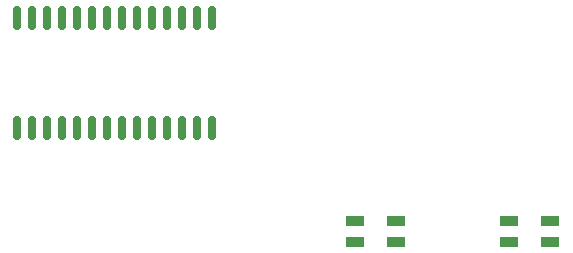
<source format=gbr>
%TF.GenerationSoftware,KiCad,Pcbnew,8.0.8*%
%TF.CreationDate,2025-02-16T20:36:26+13:00*%
%TF.ProjectId,hackpad,6861636b-7061-4642-9e6b-696361645f70,rev?*%
%TF.SameCoordinates,Original*%
%TF.FileFunction,Paste,Top*%
%TF.FilePolarity,Positive*%
%FSLAX46Y46*%
G04 Gerber Fmt 4.6, Leading zero omitted, Abs format (unit mm)*
G04 Created by KiCad (PCBNEW 8.0.8) date 2025-02-16 20:36:26*
%MOMM*%
%LPD*%
G01*
G04 APERTURE LIST*
G04 Aperture macros list*
%AMRoundRect*
0 Rectangle with rounded corners*
0 $1 Rounding radius*
0 $2 $3 $4 $5 $6 $7 $8 $9 X,Y pos of 4 corners*
0 Add a 4 corners polygon primitive as box body*
4,1,4,$2,$3,$4,$5,$6,$7,$8,$9,$2,$3,0*
0 Add four circle primitives for the rounded corners*
1,1,$1+$1,$2,$3*
1,1,$1+$1,$4,$5*
1,1,$1+$1,$6,$7*
1,1,$1+$1,$8,$9*
0 Add four rect primitives between the rounded corners*
20,1,$1+$1,$2,$3,$4,$5,0*
20,1,$1+$1,$4,$5,$6,$7,0*
20,1,$1+$1,$6,$7,$8,$9,0*
20,1,$1+$1,$8,$9,$2,$3,0*%
G04 Aperture macros list end*
%ADD10R,1.600000X0.850000*%
%ADD11RoundRect,0.150000X0.150000X-0.875000X0.150000X0.875000X-0.150000X0.875000X-0.150000X-0.875000X0*%
G04 APERTURE END LIST*
D10*
%TO.C,D1*%
X174141300Y-69846200D03*
X174141300Y-71596200D03*
X177641300Y-71596200D03*
X177641300Y-69846200D03*
%TD*%
D11*
%TO.C,U2*%
X145573800Y-61958700D03*
X146843800Y-61958700D03*
X148113800Y-61958700D03*
X149383800Y-61958700D03*
X150653800Y-61958700D03*
X151923800Y-61958700D03*
X153193800Y-61958700D03*
X154463800Y-61958700D03*
X155733800Y-61958700D03*
X157003800Y-61958700D03*
X158273800Y-61958700D03*
X159543800Y-61958700D03*
X160813800Y-61958700D03*
X162083800Y-61958700D03*
X162083800Y-52658700D03*
X160813800Y-52658700D03*
X159543800Y-52658700D03*
X158273800Y-52658700D03*
X157003800Y-52658700D03*
X155733800Y-52658700D03*
X154463800Y-52658700D03*
X153193800Y-52658700D03*
X151923800Y-52658700D03*
X150653800Y-52658700D03*
X149383800Y-52658700D03*
X148113800Y-52658700D03*
X146843800Y-52658700D03*
X145573800Y-52658700D03*
%TD*%
D10*
%TO.C,D2*%
X187198000Y-69834000D03*
X187198000Y-71584000D03*
X190698000Y-71584000D03*
X190698000Y-69834000D03*
%TD*%
M02*

</source>
